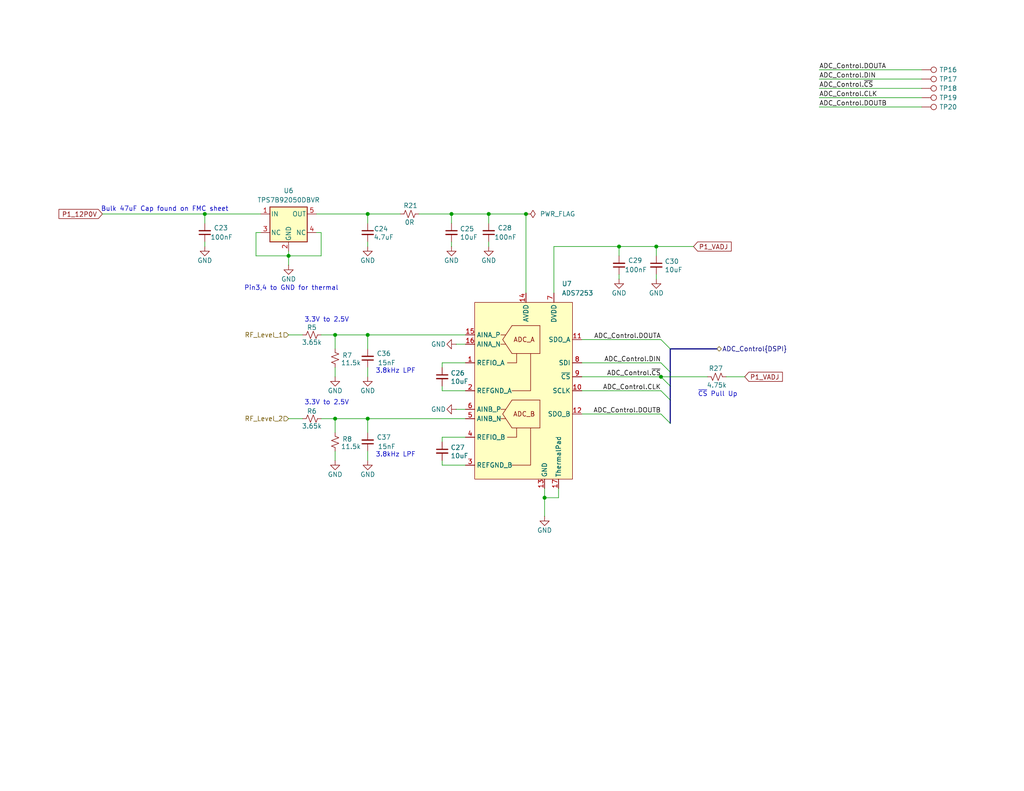
<source format=kicad_sch>
(kicad_sch (version 20250114) (generator "eeschema") (generator_version "9.0")
  (paper "USLetter")
  (title_block (title "RF Input FMC Board") (date "2025-10-16") (rev "0.2") (company "SPDX-FileCopyrightText: 2025 Osprey DCS") (comment 1 "SPDX-License-Identifier: CERN-OHL-S-2.0+"))
  (lib_symbols
    (symbol "Connector:TestPoint" (pin_numbers (hide yes)) (pin_names (offset 0.762) (hide yes))
      (property "Reference" "TP" (at 0 6.858 0))
      (property "Value" "TestPoint" (at 0 5.08 0))
      (symbol "TestPoint_0_1"
        (circle (center 0 3.302) (radius 0.762))
      )
      (symbol "TestPoint_1_1"
        (pin passive line (at 0 0 90) (length 2.54) (name "1") (number "1"))
      )
    )
    (symbol "Device:C_Small" (pin_numbers (hide yes)) (pin_names (offset 0.254) (hide yes))
      (property "Reference" "C" (at 0.254 1.778 0))
      (property "Value" "C_Small" (at 0.254 -2.032 0))
      (symbol "C_Small_0_1"
        (polyline (pts (xy -1.524 0.508) (xy 1.524 0.508)) (stroke (width 0.3048)))
        (polyline (pts (xy -1.524 -0.508) (xy 1.524 -0.508)) (stroke (width 0.3302)))
      )
      (symbol "C_Small_1_1"
        (pin passive line (at 0 2.54 270) (length 2.032) (name "~") (number "1"))
        (pin passive line (at 0 -2.54 90) (length 2.032) (name "~") (number "2"))
      )
    )
    (symbol "Device:R_Small_US" (pin_numbers (hide yes)) (pin_names (offset 0.254) (hide yes))
      (property "Reference" "R" (at 0.762 0.508 0))
      (property "Value" "R_Small_US" (at 0.762 -1.016 0))
      (symbol "R_Small_US_1_1"
        (polyline (pts (xy 0 1.524) (xy 1.016 1.143) (xy 0 0.762) (xy -1.016 0.381) (xy 0 0)))
        (polyline (pts (xy 0 0) (xy 1.016 -0.381) (xy 0 -0.762) (xy -1.016 -1.143) (xy 0 -1.524)))
        (pin passive line (at 0 2.54 270) (length 1.016) (name "~") (number "1"))
        (pin passive line (at 0 -2.54 90) (length 1.016) (name "~") (number "2"))
      )
    )
    (symbol "power:GND" (power) (pin_numbers (hide yes)) (pin_names (offset 0) (hide yes))
      (property "Value" "GND" (at 0 -3.81 0))
      (symbol "GND_0_1"
        (polyline (pts (xy 0 0) (xy 0 -1.27) (xy 1.27 -1.27) (xy 0 -2.54) (xy -1.27 -1.27) (xy 0 -1.27)))
      )
      (symbol "GND_1_1"
        (pin power_in line (at 0 0 270) (length 0) (name "~") (number "1"))
      )
    )
    (symbol "power:PWR_FLAG" (power) (pin_numbers (hide yes)) (pin_names (offset 0) (hide yes))
      (property "Value" "PWR_FLAG" (at 0 3.81 0))
      (symbol "PWR_FLAG_0_0"
        (pin power_out line (at 0 0 90) (length 0) (name "~") (number "1"))
      )
      (symbol "PWR_FLAG_0_1"
        (polyline (pts (xy 0 0) (xy 0 1.27) (xy -1.016 1.905) (xy 0 2.54) (xy 1.016 1.905) (xy 0 1.27)))
      )
    )
    (symbol "rf-input-fmc:ADS7253"
      (property "Reference" "U" (at 0.762 1.27 0))
      (property "Value" "ADS7253" (at 0 0 0))
      (symbol "ADS7253_0_1"
        (rectangle (start 0 0) (end 26.67 -48.26) (fill (type background)))
        (polyline (pts (xy 7.112 -8.89) (xy 8.382 -8.89)))
        (polyline (pts (xy 7.112 -29.21) (xy 8.382 -29.21)))
        (polyline (pts (xy 7.62 -10.16) (xy 10.16 -6.35)))
        (polyline (pts (xy 7.62 -30.48) (xy 10.16 -26.67)))
        (polyline (pts (xy 8.382 -11.43) (xy 7.112 -11.43)))
        (polyline (pts (xy 8.382 -31.75) (xy 7.112 -31.75)))
        (polyline (pts (xy 10.16 -6.35) (xy 17.78 -6.35)))
        (polyline (pts (xy 10.16 -13.97) (xy 7.62 -10.16)))
        (polyline (pts (xy 10.16 -26.67) (xy 17.78 -26.67)))
        (polyline (pts (xy 10.16 -34.29) (xy 7.62 -30.48)))
        (polyline (pts (xy 11.43 -13.97) (xy 11.43 -16.51) (xy 8.89 -16.51)))
        (polyline (pts (xy 11.43 -34.29) (xy 11.43 -36.83) (xy 8.89 -36.83)))
        (polyline (pts (xy 15.24 -13.97) (xy 15.24 -24.13) (xy 10.16 -24.13)))
        (polyline (pts (xy 15.24 -34.29) (xy 15.24 -44.45) (xy 10.16 -44.45)))
        (polyline (pts (xy 17.78 -6.35) (xy 17.78 -13.97)))
        (polyline (pts (xy 17.78 -13.97) (xy 10.16 -13.97)))
        (polyline (pts (xy 17.78 -26.67) (xy 17.78 -34.29)))
        (polyline (pts (xy 17.78 -34.29) (xy 10.16 -34.29)))
      )
      (symbol "ADS7253_1_1"
        (text "ADC_A" (at 13.462 -10.16 0) (effects (font (size 1.27 1.27))))
        (text "ADC_B" (at 13.462 -30.48 0) (effects (font (size 1.27 1.27))))
        (pin input line (at -2.54 -8.89 0) (length 2.54) (name "AINA_P") (number "15"))
        (pin input line (at -2.54 -11.43 0) (length 2.54) (name "AINA_N") (number "16"))
        (pin passive line (at -2.54 -16.51 0) (length 2.54) (name "REFIO_A") (number "1"))
        (pin passive line (at -2.54 -24.13 0) (length 2.54) (name "REFGND_A") (number "2"))
        (pin input line (at -2.54 -29.21 0) (length 2.54) (name "AINB_P") (number "6"))
        (pin input line (at -2.54 -31.75 0) (length 2.54) (name "AINB_N") (number "5"))
        (pin passive line (at -2.54 -36.83 0) (length 2.54) (name "REFIO_B") (number "4"))
        (pin passive line (at -2.54 -44.45 0) (length 2.54) (name "REFGND_B") (number "3"))
        (pin power_in line (at 13.97 2.54 270) (length 2.54) (name "AVDD") (number "14"))
        (pin passive line (at 19.05 -50.8 90) (length 2.54) (name "GND") (number "13"))
        (pin power_in line (at 21.59 2.54 270) (length 2.54) (name "DVDD") (number "7"))
        (pin passive line (at 22.86 -50.8 90) (length 2.54) (name "ThermalPad") (number "17"))
        (pin output line (at 29.21 -10.16 180) (length 2.54) (name "SDO_A") (number "11"))
        (pin input line (at 29.21 -16.51 180) (length 2.54) (name "SDI") (number "8"))
        (pin input line (at 29.21 -20.32 180) (length 2.54) (name "~{CS}") (number "9"))
        (pin input line (at 29.21 -24.13 180) (length 2.54) (name "SCLK") (number "10"))
        (pin output line (at 29.21 -30.48 180) (length 2.54) (name "SDO_B") (number "12"))
      )
    )
    (symbol "rf-input-fmc:TPS7B91" (pin_names (offset 0.254))
      (property "Reference" "U" (at -3.81 5.715 0))
      (property "Value" "TPS7B91" (at 0 5.715 0))
      (symbol "TPS7B91_0_1"
        (rectangle (start -5.08 4.445) (end 5.08 -5.08) (stroke (width 0.254)) (fill (type background)))
      )
      (symbol "TPS7B91_1_1"
        (pin power_in line (at -7.62 2.54 0) (length 2.54) (name "IN") (number "1"))
        (pin passive line (at -7.62 -2.54 0) (length 2.54) (name "NC") (number "3"))
        (pin power_in line (at 0 -7.62 90) (length 2.54) (name "GND") (number "2"))
        (pin power_out line (at 7.62 2.54 180) (length 2.54) (name "OUT") (number "5"))
        (pin passive line (at 7.62 -2.54 180) (length 2.54) (name "NC") (number "4"))
      )
    )
  )
  (bus_alias "DSPI" (members "CLK" "DOUTA" "DOUTB" "DIN" "~{CS}"))
  (bus_alias "SPI" (members "CLK" "DOUT" "DIN" "~{CS}"))
  (text "3.8kHz LPF" (at 107.95 124.206 0) (effects (font (size 1.27 1.27))))
  (text "3.8kHz LPF" (at 107.95 101.346 0) (effects (font (size 1.27 1.27))))
  (text "Pin3,4 to GND for thermal" (at 79.502 78.74 0) (effects (font (size 1.27 1.27))))
  (text "3.3V to 2.5V" (at 89.154 109.982 0) (effects (font (size 1.27 1.27))))
  (text "~{CS} Pull Up" (at 195.834 107.696 0) (effects (font (size 1.27 1.27))))
  (text "Bulk 47uF Cap found on FMC sheet" (at 44.958 57.15 0) (effects (font (size 1.27 1.27))))
  (text "3.3V to 2.5V" (at 89.154 87.376 0) (effects (font (size 1.27 1.27))))
  (junction (at 143.51 58.42))
  (junction (at 100.33 91.44))
  (junction (at 91.44 91.44))
  (junction (at 78.74 69.85))
  (junction (at 133.35 58.42))
  (junction (at 148.59 135.89))
  (junction (at 180.34 102.87))
  (junction (at 168.91 67.31))
  (junction (at 55.88 58.42))
  (junction (at 100.33 114.3))
  (junction (at 123.19 58.42))
  (junction (at 100.33 58.42))
  (junction (at 91.44 114.3))
  (junction (at 179.07 67.31))
  (bus_entry (at 182.88 115.57) (size -2.54 -2.54))
  (bus_entry (at 182.88 109.22) (size -2.54 -2.54))
  (bus_entry (at 182.88 101.6) (size -2.54 -2.54))
  (bus_entry (at 182.88 95.25) (size -2.54 -2.54))
  (bus_entry (at 182.88 105.41) (size -2.54 -2.54))
  (wire (pts (xy 87.63 114.3) (xy 91.44 114.3)))
  (wire (pts (xy 91.44 114.3) (xy 91.44 118.11)))
  (wire (pts (xy 71.12 63.5) (xy 69.85 63.5)))
  (wire (pts (xy 223.52 29.21) (xy 251.46 29.21)))
  (wire (pts (xy 123.19 58.42) (xy 123.19 60.96)))
  (wire (pts (xy 143.51 58.42) (xy 133.35 58.42)))
  (wire (pts (xy 100.33 102.87) (xy 100.33 100.33)))
  (bus (pts (xy 182.88 95.25) (xy 182.88 101.6)))
  (wire (pts (xy 133.35 66.04) (xy 133.35 67.31)))
  (wire (pts (xy 148.59 135.89) (xy 152.4 135.89)))
  (wire (pts (xy 180.34 102.87) (xy 193.04 102.87)))
  (wire (pts (xy 179.07 67.31) (xy 189.23 67.31)))
  (wire (pts (xy 78.74 114.3) (xy 82.55 114.3)))
  (wire (pts (xy 69.85 63.5) (xy 69.85 69.85)))
  (wire (pts (xy 251.46 21.59) (xy 223.52 21.59)))
  (wire (pts (xy 133.35 58.42) (xy 133.35 60.96)))
  (wire (pts (xy 120.65 119.38) (xy 120.65 120.65)))
  (wire (pts (xy 179.07 74.93) (xy 179.07 76.2)))
  (wire (pts (xy 55.88 66.04) (xy 55.88 67.31)))
  (wire (pts (xy 158.75 102.87) (xy 180.34 102.87)))
  (bus (pts (xy 182.88 101.6) (xy 182.88 105.41)))
  (wire (pts (xy 251.46 26.67) (xy 223.52 26.67)))
  (wire (pts (xy 158.75 92.71) (xy 180.34 92.71)))
  (bus (pts (xy 182.88 95.25) (xy 195.58 95.25)))
  (wire (pts (xy 168.91 67.31) (xy 179.07 67.31)))
  (wire (pts (xy 127 99.06) (xy 120.65 99.06)))
  (wire (pts (xy 151.13 80.01) (xy 151.13 67.31)))
  (wire (pts (xy 179.07 67.31) (xy 179.07 69.85)))
  (wire (pts (xy 87.63 69.85) (xy 78.74 69.85)))
  (wire (pts (xy 120.65 99.06) (xy 120.65 100.33)))
  (wire (pts (xy 100.33 58.42) (xy 109.22 58.42)))
  (wire (pts (xy 114.3 58.42) (xy 123.19 58.42)))
  (wire (pts (xy 100.33 91.44) (xy 127 91.44)))
  (wire (pts (xy 87.63 63.5) (xy 87.63 69.85)))
  (wire (pts (xy 127 106.68) (xy 120.65 106.68)))
  (wire (pts (xy 69.85 69.85) (xy 78.74 69.85)))
  (bus (pts (xy 182.88 115.57) (xy 182.88 109.22)))
  (wire (pts (xy 127 119.38) (xy 120.65 119.38)))
  (wire (pts (xy 123.19 58.42) (xy 133.35 58.42)))
  (wire (pts (xy 91.44 100.33) (xy 91.44 102.87)))
  (wire (pts (xy 148.59 135.89) (xy 148.59 140.97)))
  (wire (pts (xy 168.91 67.31) (xy 168.91 69.85)))
  (wire (pts (xy 120.65 106.68) (xy 120.65 105.41)))
  (wire (pts (xy 87.63 91.44) (xy 91.44 91.44)))
  (wire (pts (xy 100.33 91.44) (xy 100.33 95.25)))
  (wire (pts (xy 168.91 74.93) (xy 168.91 76.2)))
  (wire (pts (xy 127 127) (xy 120.65 127)))
  (wire (pts (xy 91.44 91.44) (xy 91.44 95.25)))
  (wire (pts (xy 78.74 91.44) (xy 82.55 91.44)))
  (wire (pts (xy 27.94 58.42) (xy 55.88 58.42)))
  (wire (pts (xy 158.75 106.68) (xy 180.34 106.68)))
  (wire (pts (xy 251.46 19.05) (xy 223.52 19.05)))
  (wire (pts (xy 151.13 67.31) (xy 168.91 67.31)))
  (wire (pts (xy 91.44 123.19) (xy 91.44 125.73)))
  (wire (pts (xy 100.33 125.73) (xy 100.33 123.19)))
  (bus (pts (xy 182.88 105.41) (xy 182.88 109.22)))
  (wire (pts (xy 143.51 80.01) (xy 143.51 58.42)))
  (wire (pts (xy 158.75 99.06) (xy 180.34 99.06)))
  (wire (pts (xy 120.65 127) (xy 120.65 125.73)))
  (wire (pts (xy 123.19 66.04) (xy 123.19 67.31)))
  (wire (pts (xy 86.36 63.5) (xy 87.63 63.5)))
  (wire (pts (xy 78.74 68.58) (xy 78.74 69.85)))
  (wire (pts (xy 198.12 102.87) (xy 203.2 102.87)))
  (wire (pts (xy 223.52 24.13) (xy 251.46 24.13)))
  (wire (pts (xy 148.59 133.35) (xy 148.59 135.89)))
  (wire (pts (xy 100.33 58.42) (xy 100.33 60.96)))
  (wire (pts (xy 124.46 111.76) (xy 127 111.76)))
  (wire (pts (xy 100.33 114.3) (xy 100.33 118.11)))
  (wire (pts (xy 100.33 114.3) (xy 127 114.3)))
  (wire (pts (xy 55.88 58.42) (xy 55.88 60.96)))
  (wire (pts (xy 78.74 69.85) (xy 78.74 72.39)))
  (wire (pts (xy 152.4 135.89) (xy 152.4 133.35)))
  (wire (pts (xy 124.46 93.98) (xy 127 93.98)))
  (wire (pts (xy 100.33 67.31) (xy 100.33 66.04)))
  (wire (pts (xy 55.88 58.42) (xy 71.12 58.42)))
  (wire (pts (xy 180.34 113.03) (xy 158.75 113.03)))
  (wire (pts (xy 91.44 91.44) (xy 100.33 91.44)))
  (wire (pts (xy 91.44 114.3) (xy 100.33 114.3)))
  (wire (pts (xy 86.36 58.42) (xy 100.33 58.42)))
  (label "ADC_Control.DOUTB" (at 180.34 113.03 180))
  (label "ADC_Control.DOUTA" (at 180.34 92.71 180))
  (label "ADC_Control.DOUTA" (at 223.52 19.05 0))
  (label "ADC_Control.DOUTB" (at 223.52 29.21 0))
  (label "ADC_Control.CLK" (at 223.52 26.67 0))
  (label "ADC_Control.~{CS}" (at 223.52 24.13 0))
  (label "ADC_Control.~{CS}" (at 180.34 102.87 180))
  (label "ADC_Control.DIN" (at 223.52 21.59 0))
  (label "ADC_Control.DIN" (at 180.34 99.06 180))
  (label "ADC_Control.CLK" (at 180.34 106.68 180))
  (global_label "P1_VADJ" (shape input) (at 203.2 102.87 0) (property "Intersheetrefs" "${INTERSHEET_REFS}" (at 214.0471 102.87 0) (effects (justify left))))
  (global_label "P1_12P0V" (shape input) (at 27.94 58.42 180) (property "Intersheetrefs" "${INTERSHEET_REFS}" (at 15.5206 58.42 0) (effects (justify right))))
  (global_label "P1_VADJ" (shape input) (at 189.23 67.31 0) (property "Intersheetrefs" "${INTERSHEET_REFS}" (at 200.0771 67.31 0) (effects (justify left))))
  (hierarchical_label "RF_Level_2" (shape input) (at 78.74 114.3 180))
  (hierarchical_label "RF_Level_1" (shape input) (at 78.74 91.44 180))
  (hierarchical_label "ADC_Control{DSPI}" (shape bidirectional) (at 195.58 95.25 0))
  (symbol (lib_id "power:GND") (at 91.44 102.87 0) (unit 1)
    (property "Reference" "#PWR018" (effects (hide yes)))
    (property "Value" "GND" (at 91.44 106.68 0))
    (property "Description" "Power symbol creates a global label with name \"GND\" , ground" (effects (hide yes)))
  )
  (symbol (lib_id "Device:R_Small_US") (at 195.58 102.87 90) (mirror x) (unit 1)
    (property "Reference" "R27" (at 195.326 100.584 90))
    (property "Value" "4.75k" (at 195.58 105.156 90))
    (property "Footprint" "Resistor_SMD:R_0603_1608Metric" (effects (hide yes)))
    (property "Description" "RES 4.75K OHM 1% 1/10W 0603" (effects (hide yes)))
    (property "MPN" "RC0603FR-134K75L" (effects (hide yes)))
    (property "Manufacturer" "Yageo" (effects (hide yes)))
    (property "Supplier" "Digikey" (effects (hide yes)))
    (property "Supplier Part Number" "13-RC0603FR-134K75LCT-ND" (effects (hide yes)))
  )
  (symbol (lib_id "power:GND") (at 124.46 93.98 270) (unit 1)
    (property "Reference" "#PWR022" (effects (hide yes)))
    (property "Value" "GND" (at 119.634 93.98 90))
    (property "Description" "Power symbol creates a global label with name \"GND\" , ground" (effects (hide yes)))
  )
  (symbol (lib_id "Device:C_Small") (at 120.65 102.87 0) (unit 1)
    (property "Reference" "C26" (at 122.936 101.854 0) (effects (justify left)))
    (property "Value" "10uF" (at 122.936 104.14 0) (effects (justify left)))
    (property "Footprint" "Capacitor_SMD:C_0603_1608Metric" (effects (hide yes)))
    (property "Description" "CAP CER 10UF 35V X5R 0603" (effects (hide yes)))
    (property "MPN" "GRM188R6YA106MA73D" (effects (hide yes)))
    (property "Manufacturer" "Murata Electronics" (effects (hide yes)))
    (property "Supplier" "Digikey" (effects (hide yes)))
    (property "Supplier Part Number" "490-13248-1-ND" (effects (hide yes)))
  )
  (symbol (lib_id "power:GND") (at 100.33 67.31 0) (mirror y) (unit 1)
    (property "Reference" "#PWR017" (effects (hide yes)))
    (property "Value" "GND" (at 100.33 71.12 0))
    (property "Description" "Power symbol creates a global label with name \"GND\" , ground" (effects (hide yes)))
  )
  (symbol (lib_id "Device:C_Small") (at 55.88 63.5 180) (unit 1)
    (property "Reference" "C23" (at 62.23 62.23 0) (effects (justify left)))
    (property "Value" "100nF" (at 63.5 64.77 0) (effects (justify left)))
    (property "Footprint" "Capacitor_SMD:C_0402_1005Metric" (effects (hide yes)))
    (property "Description" "CAP CER 0.1UF 50V X7R 0402" (effects (hide yes)))
    (property "MPN" "GCM155R71H104KE02J" (effects (hide yes)))
    (property "Manufacturer" "Murata Electronics" (effects (hide yes)))
    (property "Supplier" "Digikey" (effects (hide yes)))
    (property "Supplier Part Number" "490-14514-1-ND" (effects (hide yes)))
  )
  (symbol (lib_id "Device:C_Small") (at 100.33 120.65 180) (unit 1)
    (property "Reference" "C37" (at 106.68 119.38 0) (effects (justify left)))
    (property "Value" "15nF" (at 107.95 121.92 0) (effects (justify left)))
    (property "Footprint" "Capacitor_SMD:C_0603_1608Metric" (effects (hide yes)))
    (property "Description" "CAP CER 0.015UF 35V NP0 0603" (effects (hide yes)))
    (property "MPN" "C1608C0G1V153J080AC" (effects (hide yes)))
    (property "Manufacturer" "TDK Corporation" (effects (hide yes)))
    (property "Supplier" "Digikey" (effects (hide yes)))
    (property "Supplier Part Number" "445-174557-1-ND" (effects (hide yes)))
  )
  (symbol (lib_id "power:GND") (at 55.88 67.31 0) (unit 1)
    (property "Reference" "#PWR015" (effects (hide yes)))
    (property "Value" "GND" (at 55.88 71.12 0))
    (property "Description" "Power symbol creates a global label with name \"GND\" , ground" (effects (hide yes)))
  )
  (symbol (lib_id "power:GND") (at 78.74 72.39 0) (mirror y) (unit 1)
    (property "Reference" "#PWR016" (effects (hide yes)))
    (property "Value" "GND" (at 78.74 76.2 0))
    (property "Description" "Power symbol creates a global label with name \"GND\" , ground" (effects (hide yes)))
  )
  (symbol (lib_id "Connector:TestPoint") (at 251.46 26.67 270) (unit 1) (in_bom no)
    (property "Reference" "TP19" (at 256.286 26.67 90) (effects (justify left)))
    (property "Value" "ADC_CLK" (effects (hide yes)))
    (property "Footprint" "TestPoint:TestPoint_Pad_D1.0mm" (effects (hide yes)))
    (property "Description" "test point" (effects (hide yes)))
  )
  (symbol (lib_id "power:PWR_FLAG") (at 143.51 58.42 270) (mirror x) (unit 1)
    (property "Reference" "#FLG04" (effects (hide yes)))
    (property "Value" "PWR_FLAG" (at 147.32 58.4199 90) (effects (justify left)))
    (property "Description" "Special symbol for telling ERC where power comes from" (effects (hide yes)))
  )
  (symbol (lib_id "Connector:TestPoint") (at 251.46 21.59 270) (unit 1) (in_bom no)
    (property "Reference" "TP17" (at 256.286 21.59 90) (effects (justify left)))
    (property "Value" "ADC_DIN" (effects (hide yes)))
    (property "Footprint" "TestPoint:TestPoint_Pad_D1.0mm" (effects (hide yes)))
    (property "Description" "test point" (effects (hide yes)))
  )
  (symbol (lib_id "Connector:TestPoint") (at 251.46 19.05 270) (unit 1) (in_bom no)
    (property "Reference" "TP16" (at 256.286 19.05 90) (effects (justify left)))
    (property "Value" "ADC_DOUTA" (effects (hide yes)))
    (property "Footprint" "TestPoint:TestPoint_Pad_D1.0mm" (effects (hide yes)))
    (property "Description" "test point" (effects (hide yes)))
  )
  (symbol (lib_id "Device:C_Small") (at 123.19 63.5 0) (unit 1)
    (property "Reference" "C25" (at 125.476 62.484 0) (effects (justify left)))
    (property "Value" "10uF" (at 125.476 64.77 0) (effects (justify left)))
    (property "Footprint" "Capacitor_SMD:C_0603_1608Metric" (effects (hide yes)))
    (property "Description" "CAP CER 10UF 35V X5R 0603" (effects (hide yes)))
    (property "MPN" "GRM188R6YA106MA73D" (effects (hide yes)))
    (property "Manufacturer" "Murata Electronics" (effects (hide yes)))
    (property "Supplier" "Digikey" (effects (hide yes)))
    (property "Supplier Part Number" "490-13248-1-ND" (effects (hide yes)))
  )
  (symbol (lib_id "power:GND") (at 91.44 125.73 0) (unit 1)
    (property "Reference" "#PWR019" (effects (hide yes)))
    (property "Value" "GND" (at 91.44 129.54 0))
    (property "Description" "Power symbol creates a global label with name \"GND\" , ground" (effects (hide yes)))
  )
  (symbol (lib_id "Device:C_Small") (at 100.33 63.5 0) (mirror y) (unit 1)
    (property "Reference" "C24" (at 105.918 62.484 0) (effects (justify left)))
    (property "Value" "4.7uF" (at 107.442 64.77 0) (effects (justify left)))
    (property "Footprint" "Capacitor_SMD:C_0603_1608Metric" (effects (hide yes)))
    (property "Description" "CAP CER 4.7UF 25V X5R 0603" (effects (hide yes)))
    (property "MPN" "GRM188R61E475KE11D" (effects (hide yes)))
    (property "Manufacturer" "Murata Electronics" (effects (hide yes)))
    (property "Supplier" "Digikey" (effects (hide yes)))
    (property "Supplier Part Number" "490-7203-1-ND" (effects (hide yes)))
  )
  (symbol (lib_id "Device:C_Small") (at 179.07 72.39 0) (unit 1)
    (property "Reference" "C30" (at 181.356 71.374 0) (effects (justify left)))
    (property "Value" "10uF" (at 181.356 73.66 0) (effects (justify left)))
    (property "Footprint" "Capacitor_SMD:C_0603_1608Metric" (effects (hide yes)))
    (property "Description" "CAP CER 10UF 35V X5R 0603" (effects (hide yes)))
    (property "MPN" "GRM188R6YA106MA73D" (effects (hide yes)))
    (property "Manufacturer" "Murata Electronics" (effects (hide yes)))
    (property "Supplier" "Digikey" (effects (hide yes)))
    (property "Supplier Part Number" "490-13248-1-ND" (effects (hide yes)))
  )
  (symbol (lib_id "Device:C_Small") (at 120.65 123.19 0) (unit 1)
    (property "Reference" "C27" (at 122.936 122.174 0) (effects (justify left)))
    (property "Value" "10uF" (at 122.936 124.46 0) (effects (justify left)))
    (property "Footprint" "Capacitor_SMD:C_0603_1608Metric" (effects (hide yes)))
    (property "Description" "CAP CER 10UF 35V X5R 0603" (effects (hide yes)))
    (property "MPN" "GRM188R6YA106MA73D" (effects (hide yes)))
    (property "Manufacturer" "Murata Electronics" (effects (hide yes)))
    (property "Supplier" "Digikey" (effects (hide yes)))
    (property "Supplier Part Number" "490-13248-1-ND" (effects (hide yes)))
  )
  (symbol (lib_id "Connector:TestPoint") (at 251.46 29.21 270) (unit 1) (in_bom no)
    (property "Reference" "TP20" (at 256.286 29.21 90) (effects (justify left)))
    (property "Value" "ADC_DOUTB" (effects (hide yes)))
    (property "Footprint" "TestPoint:TestPoint_Pad_D1.0mm" (effects (hide yes)))
    (property "Description" "test point" (effects (hide yes)))
  )
  (symbol (lib_id "Device:R_Small_US") (at 91.44 97.79 180) (unit 1)
    (property "Reference" "R7" (at 94.742 97.028 0))
    (property "Value" "11.5k" (at 95.758 99.06 0))
    (property "Footprint" "Resistor_SMD:R_0603_1608Metric_Pad0.98x0.95mm_HandSolder" (effects (hide yes)))
    (property "Description" "RES 11.5K OHM 1% 1/10W 0603" (effects (hide yes)))
    (property "MPN" "RC0603FR-0711K5L" (effects (hide yes)))
    (property "Manufacturer" "Yageo" (effects (hide yes)))
    (property "Supplier" "Digikey" (effects (hide yes)))
    (property "Supplier Part Number" "311-11.5KHRCT-ND" (effects (hide yes)))
  )
  (symbol (lib_id "Device:C_Small") (at 133.35 63.5 180) (unit 1)
    (property "Reference" "C28" (at 139.7 62.23 0) (effects (justify left)))
    (property "Value" "100nF" (at 140.97 64.77 0) (effects (justify left)))
    (property "Footprint" "Capacitor_SMD:C_0402_1005Metric" (effects (hide yes)))
    (property "Description" "CAP CER 0.1UF 50V X7R 0402" (effects (hide yes)))
    (property "MPN" "GCM155R71H104KE02J" (effects (hide yes)))
    (property "Manufacturer" "Murata Electronics" (effects (hide yes)))
    (property "Supplier" "Digikey" (effects (hide yes)))
    (property "Supplier Part Number" "490-14514-1-ND" (effects (hide yes)))
  )
  (symbol (lib_id "rf-input-fmc:TPS7B91") (at 78.74 60.96 0) (unit 1)
    (property "Reference" "U6" (at 78.74 52.07 0))
    (property "Value" "TPS7B92050DBVR" (at 78.74 54.61 0))
    (property "Footprint" "Package_TO_SOT_SMD:SOT-23-5" (effects (hide yes)))
    (property "Datasheet" "https://www.ti.com/lit/ds/symlink/tps7b91.pdf" (effects (hide yes)))
    (property "Description" "200mA Low Dropout Voltage Regulator, Fixed Output 3.3V, SOT-23-5" (effects (hide yes)))
    (property "MPN" "TPS7B92050DBVR" (effects (hide yes)))
    (property "Manufacturer" "Texas Instruments" (effects (hide yes)))
    (property "Supplier" "Digikey" (effects (hide yes)))
    (property "Supplier Part Number" "296-TPS7B92050DBVRCT-ND" (effects (hide yes)))
  )
  (symbol (lib_id "Device:C_Small") (at 168.91 72.39 180) (unit 1)
    (property "Reference" "C29" (at 175.26 71.12 0) (effects (justify left)))
    (property "Value" "100nF" (at 176.53 73.66 0) (effects (justify left)))
    (property "Footprint" "Capacitor_SMD:C_0402_1005Metric" (effects (hide yes)))
    (property "Description" "CAP CER 0.1UF 50V X7R 0402" (effects (hide yes)))
    (property "MPN" "GCM155R71H104KE02J" (effects (hide yes)))
    (property "Manufacturer" "Murata Electronics" (effects (hide yes)))
    (property "Supplier" "Digikey" (effects (hide yes)))
    (property "Supplier Part Number" "490-14514-1-ND" (effects (hide yes)))
  )
  (symbol (lib_id "power:GND") (at 123.19 67.31 0) (unit 1)
    (property "Reference" "#PWR020" (effects (hide yes)))
    (property "Value" "GND" (at 123.19 71.12 0))
    (property "Description" "Power symbol creates a global label with name \"GND\" , ground" (effects (hide yes)))
  )
  (symbol (lib_id "power:GND") (at 148.59 140.97 0) (unit 1)
    (property "Reference" "#PWR024" (effects (hide yes)))
    (property "Value" "GND" (at 148.59 144.78 0))
    (property "Description" "Power symbol creates a global label with name \"GND\" , ground" (effects (hide yes)))
  )
  (symbol (lib_id "Device:R_Small_US") (at 85.09 114.3 90) (unit 1)
    (property "Reference" "R6" (at 85.09 112.268 90))
    (property "Value" "3.65k" (at 85.09 116.332 90))
    (property "Footprint" "Resistor_SMD:R_0603_1608Metric_Pad0.98x0.95mm_HandSolder" (effects (hide yes)))
    (property "Description" "RES 3.65K OHM 1% 1/10W 0603" (effects (hide yes)))
    (property "MPN" "RC0603FR-073K65L" (effects (hide yes)))
    (property "Manufacturer" "Yageo" (effects (hide yes)))
    (property "Supplier" "Digikey" (effects (hide yes)))
    (property "Supplier Part Number" "311-3.65KHRCT-ND" (effects (hide yes)))
  )
  (symbol (lib_id "power:GND") (at 133.35 67.31 0) (unit 1)
    (property "Reference" "#PWR021" (effects (hide yes)))
    (property "Value" "GND" (at 133.35 71.12 0))
    (property "Description" "Power symbol creates a global label with name \"GND\" , ground" (effects (hide yes)))
  )
  (symbol (lib_id "Device:R_Small_US") (at 85.09 91.44 90) (unit 1)
    (property "Reference" "R5" (at 85.09 89.408 90))
    (property "Value" "3.65k" (at 85.09 93.472 90))
    (property "Footprint" "Resistor_SMD:R_0603_1608Metric_Pad0.98x0.95mm_HandSolder" (effects (hide yes)))
    (property "Description" "RES 3.65K OHM 1% 1/10W 0603" (effects (hide yes)))
    (property "MPN" "RC0603FR-073K65L" (effects (hide yes)))
    (property "Manufacturer" "Yageo" (effects (hide yes)))
    (property "Supplier" "Digikey" (effects (hide yes)))
    (property "Supplier Part Number" "311-3.65KHRCT-ND" (effects (hide yes)))
  )
  (symbol (lib_id "power:GND") (at 124.46 111.76 270) (unit 1)
    (property "Reference" "#PWR023" (effects (hide yes)))
    (property "Value" "GND" (at 119.634 111.76 90))
    (property "Description" "Power symbol creates a global label with name \"GND\" , ground" (effects (hide yes)))
  )
  (symbol (lib_id "power:GND") (at 168.91 76.2 0) (unit 1)
    (property "Reference" "#PWR025" (effects (hide yes)))
    (property "Value" "GND" (at 168.91 80.01 0))
    (property "Description" "Power symbol creates a global label with name \"GND\" , ground" (effects (hide yes)))
  )
  (symbol (lib_id "Device:C_Small") (at 100.33 97.79 180) (unit 1)
    (property "Reference" "C36" (at 106.68 96.52 0) (effects (justify left)))
    (property "Value" "15nF" (at 107.95 99.06 0) (effects (justify left)))
    (property "Footprint" "Capacitor_SMD:C_0603_1608Metric" (effects (hide yes)))
    (property "Description" "CAP CER 0.015UF 35V NP0 0603" (effects (hide yes)))
    (property "MPN" "C1608C0G1V153J080AC" (effects (hide yes)))
    (property "Manufacturer" "TDK Corporation" (effects (hide yes)))
    (property "Supplier" "Digikey" (effects (hide yes)))
    (property "Supplier Part Number" "445-174557-1-ND" (effects (hide yes)))
  )
  (symbol (lib_id "Connector:TestPoint") (at 251.46 24.13 270) (unit 1) (in_bom no)
    (property "Reference" "TP18" (at 256.286 24.13 90) (effects (justify left)))
    (property "Value" "ADC_CS" (effects (hide yes)))
    (property "Footprint" "TestPoint:TestPoint_Pad_D1.0mm" (effects (hide yes)))
    (property "Description" "test point" (effects (hide yes)))
  )
  (symbol (lib_id "power:GND") (at 100.33 125.73 0) (unit 1)
    (property "Reference" "#PWR062" (effects (hide yes)))
    (property "Value" "GND" (at 100.33 129.54 0))
    (property "Description" "Power symbol creates a global label with name \"GND\" , ground" (effects (hide yes)))
  )
  (symbol (lib_id "power:GND") (at 179.07 76.2 0) (unit 1)
    (property "Reference" "#PWR026" (effects (hide yes)))
    (property "Value" "GND" (at 179.07 80.01 0))
    (property "Description" "Power symbol creates a global label with name \"GND\" , ground" (effects (hide yes)))
  )
  (symbol (lib_id "rf-input-fmc:ADS7253") (at 129.54 82.55 0) (unit 1)
    (property "Reference" "U7" (at 153.2733 77.47 0) (effects (justify left)))
    (property "Value" "ADS7253" (at 153.2733 80.01 0) (effects (justify left)))
    (property "Footprint" "rf-input-fmc:Texas_RTE0016D_WQFN-16-1EP_3x3mm_P0.5mm_EP0.8x0.8mm_ThermalVias" (effects (hide yes)))
    (property "Datasheet" "https://www.ti.com/lit/ds/symlink/ads7253.pdf" (effects (hide yes)))
    (property "Description" "IC ADC 12BIT SAR 16WQFN" (effects (hide yes)))
    (property "MPN" "ADS7253IRTET" (effects (hide yes)))
    (property "Manufacturer" "Texas Instruments" (effects (hide yes)))
    (property "Supplier" "Digikey" (effects (hide yes)))
    (property "Supplier Part Number" "296-38482-1-ND" (effects (hide yes)))
  )
  (symbol (lib_id "Device:R_Small_US") (at 91.44 120.65 180) (unit 1)
    (property "Reference" "R8" (at 94.742 119.888 0))
    (property "Value" "11.5k" (at 95.758 121.92 0))
    (property "Footprint" "Resistor_SMD:R_0603_1608Metric_Pad0.98x0.95mm_HandSolder" (effects (hide yes)))
    (property "Description" "RES 11.5K OHM 1% 1/10W 0603" (effects (hide yes)))
    (property "MPN" "RC0603FR-0711K5L" (effects (hide yes)))
    (property "Manufacturer" "Yageo" (effects (hide yes)))
    (property "Supplier" "Digikey" (effects (hide yes)))
    (property "Supplier Part Number" "311-11.5KHRCT-ND" (effects (hide yes)))
  )
  (symbol (lib_id "Device:R_Small_US") (at 111.76 58.42 90) (unit 1)
    (property "Reference" "R21" (at 112.014 56.134 90))
    (property "Value" "0R" (at 111.76 60.706 90))
    (property "Footprint" "Resistor_SMD:R_0805_2012Metric" (effects (hide yes)))
    (property "Description" "RES SMD 0 OHM JUMPER 1/8W 0805" (effects (hide yes)))
    (property "MPN" "ERJ-6GEY0R00V" (effects (hide yes)))
    (property "Manufacturer" "Panasonic Electronic Components" (effects (hide yes)))
    (property "Supplier" "Digikey" (effects (hide yes)))
    (property "Supplier Part Number" "P0.0ACT-ND" (effects (hide yes)))
  )
  (symbol (lib_id "power:GND") (at 100.33 102.87 0) (unit 1)
    (property "Reference" "#PWR061" (effects (hide yes)))
    (property "Value" "GND" (at 100.33 106.68 0))
    (property "Description" "Power symbol creates a global label with name \"GND\" , ground" (effects (hide yes)))
  )
)
</source>
